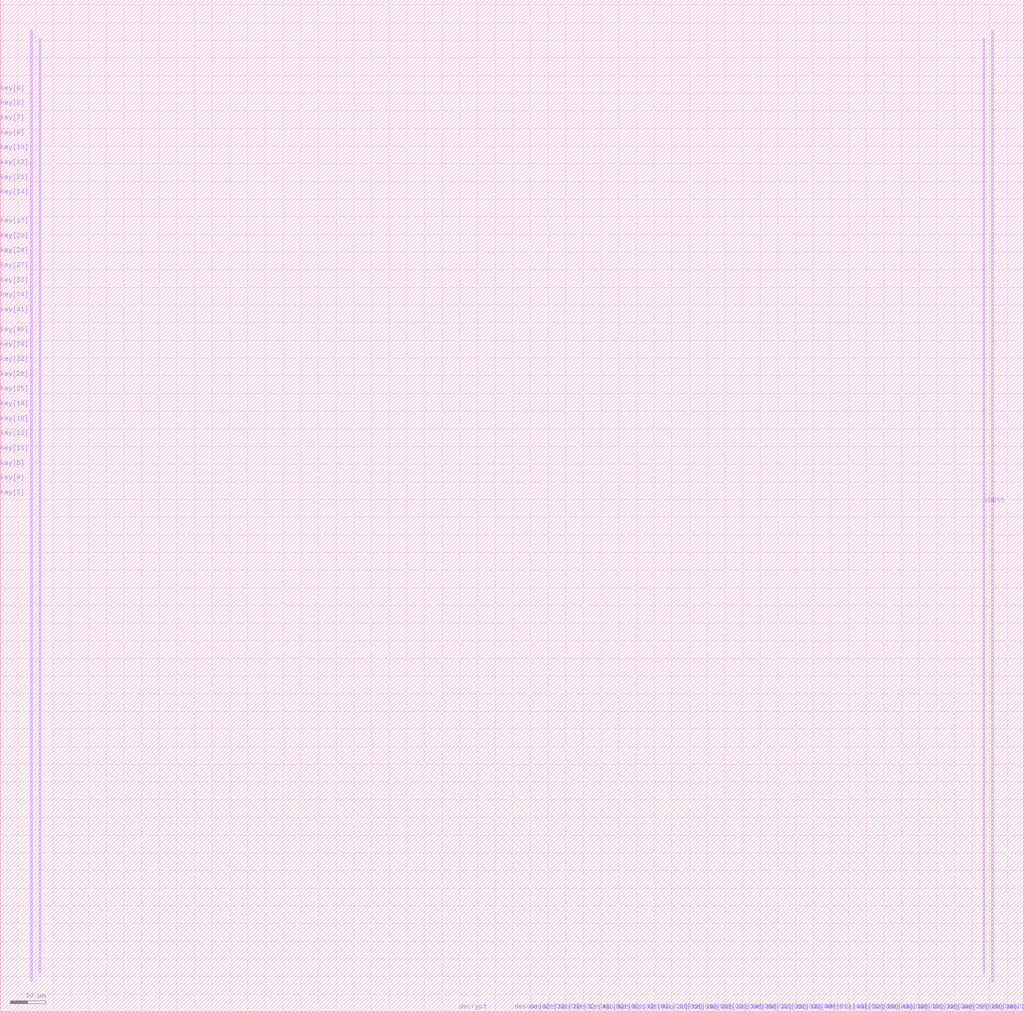
<source format=lef>
##
## LEF for PtnCells ;
## created by Innovus v16.10-p004_1 on Mon Feb 27 22:29:36 2017
##

VERSION 5.7 ;

BUSBITCHARS "[]" ;
DIVIDERCHAR "/" ;

MACRO des
  CLASS BLOCK ;
  SIZE 289.5600 BY 286.4400 ;
  FOREIGN des 0.0000 0.0000 ;
  ORIGIN 0 0 ;
  SYMMETRY X Y R90 ;
  PIN desOut[63]
    DIRECTION OUTPUT ;
    USE SIGNAL ;
    PORT
      LAYER metal5 ;
        RECT 289.4200 123.6200 289.5600 123.7600 ;
    END
  END desOut[63]
  PIN desOut[62]
    DIRECTION OUTPUT ;
    USE SIGNAL ;
    PORT
      LAYER metal5 ;
        RECT 289.4200 86.1000 289.5600 86.2400 ;
    END
  END desOut[62]
  PIN desOut[61]
    DIRECTION OUTPUT ;
    USE SIGNAL ;
    PORT
      LAYER metal5 ;
        RECT 289.4200 65.9400 289.5600 66.0800 ;
    END
  END desOut[61]
  PIN desOut[60]
    DIRECTION OUTPUT ;
    USE SIGNAL ;
    PORT
      LAYER metal5 ;
        RECT 289.4200 119.4200 289.5600 119.5600 ;
    END
  END desOut[60]
  PIN desOut[59]
    DIRECTION OUTPUT ;
    USE SIGNAL ;
    PORT
      LAYER metal5 ;
        RECT 238.5650 0.0000 238.7050 0.1400 ;
    END
  END desOut[59]
  PIN desOut[58]
    DIRECTION OUTPUT ;
    USE SIGNAL ;
    PORT
      LAYER metal5 ;
        RECT 289.4200 115.2200 289.5600 115.3600 ;
    END
  END desOut[58]
  PIN desOut[57]
    DIRECTION OUTPUT ;
    USE SIGNAL ;
    PORT
      LAYER metal5 ;
        RECT 289.4200 90.3000 289.5600 90.4400 ;
    END
  END desOut[57]
  PIN desOut[56]
    DIRECTION OUTPUT ;
    USE SIGNAL ;
    PORT
      LAYER metal5 ;
        RECT 242.7650 0.0000 242.9050 0.1400 ;
    END
  END desOut[56]
  PIN desOut[55]
    DIRECTION OUTPUT ;
    USE SIGNAL ;
    PORT
      LAYER metal5 ;
        RECT 289.4200 111.0200 289.5600 111.1600 ;
    END
  END desOut[55]
  PIN desOut[54]
    DIRECTION OUTPUT ;
    USE SIGNAL ;
    PORT
      LAYER metal5 ;
        RECT 289.4200 46.3400 289.5600 46.4800 ;
    END
  END desOut[54]
  PIN desOut[53]
    DIRECTION OUTPUT ;
    USE SIGNAL ;
    PORT
      LAYER metal5 ;
        RECT 289.4200 106.8200 289.5600 106.9600 ;
    END
  END desOut[53]
  PIN desOut[52]
    DIRECTION OUTPUT ;
    USE SIGNAL ;
    PORT
      LAYER metal5 ;
        RECT 289.4200 70.1400 289.5600 70.2800 ;
    END
  END desOut[52]
  PIN desOut[51]
    DIRECTION OUTPUT ;
    USE SIGNAL ;
    PORT
      LAYER metal5 ;
        RECT 229.3250 0.0000 229.4650 0.1400 ;
    END
  END desOut[51]
  PIN desOut[50]
    DIRECTION OUTPUT ;
    USE SIGNAL ;
    PORT
      LAYER metal5 ;
        RECT 289.4200 100.1000 289.5600 100.2400 ;
    END
  END desOut[50]
  PIN desOut[49]
    DIRECTION OUTPUT ;
    USE SIGNAL ;
    PORT
      LAYER metal5 ;
        RECT 225.1250 0.0000 225.2650 0.1400 ;
    END
  END desOut[49]
  PIN desOut[48]
    DIRECTION OUTPUT ;
    USE SIGNAL ;
    PORT
      LAYER metal5 ;
        RECT 289.4200 94.5000 289.5600 94.6400 ;
    END
  END desOut[48]
  PIN desOut[47]
    DIRECTION OUTPUT ;
    USE SIGNAL ;
    PORT
      LAYER metal5 ;
        RECT 289.4200 81.9000 289.5600 82.0400 ;
    END
  END desOut[47]
  PIN desOut[46]
    DIRECTION OUTPUT ;
    USE SIGNAL ;
    PORT
      LAYER metal5 ;
        RECT 289.4200 77.7000 289.5600 77.8400 ;
    END
  END desOut[46]
  PIN desOut[45]
    DIRECTION OUTPUT ;
    USE SIGNAL ;
    PORT
      LAYER metal5 ;
        RECT 289.4200 61.7400 289.5600 61.8800 ;
    END
  END desOut[45]
  PIN desOut[44]
    DIRECTION OUTPUT ;
    USE SIGNAL ;
    PORT
      LAYER metal5 ;
        RECT 289.4200 57.5400 289.5600 57.6800 ;
    END
  END desOut[44]
  PIN desOut[43]
    DIRECTION OUTPUT ;
    USE SIGNAL ;
    PORT
      LAYER metal5 ;
        RECT 234.0850 0.0000 234.2250 0.1400 ;
    END
  END desOut[43]
  PIN desOut[42]
    DIRECTION OUTPUT ;
    USE SIGNAL ;
    PORT
      LAYER metal5 ;
        RECT 246.9650 0.0000 247.1050 0.1400 ;
    END
  END desOut[42]
  PIN desOut[41]
    DIRECTION OUTPUT ;
    USE SIGNAL ;
    PORT
      LAYER metal5 ;
        RECT 289.4200 53.3400 289.5600 53.4800 ;
    END
  END desOut[41]
  PIN desOut[40]
    DIRECTION OUTPUT ;
    USE SIGNAL ;
    PORT
      LAYER metal5 ;
        RECT 289.4200 42.1400 289.5600 42.2800 ;
    END
  END desOut[40]
  PIN desOut[39]
    DIRECTION OUTPUT ;
    USE SIGNAL ;
    PORT
      LAYER metal5 ;
        RECT 251.1650 0.0000 251.3050 0.1400 ;
    END
  END desOut[39]
  PIN desOut[38]
    DIRECTION OUTPUT ;
    USE SIGNAL ;
    PORT
      LAYER metal5 ;
        RECT 289.4200 37.9400 289.5600 38.0800 ;
    END
  END desOut[38]
  PIN desOut[37]
    DIRECTION OUTPUT ;
    USE SIGNAL ;
    PORT
      LAYER metal5 ;
        RECT 220.9250 0.0000 221.0650 0.1400 ;
    END
  END desOut[37]
  PIN desOut[36]
    DIRECTION OUTPUT ;
    USE SIGNAL ;
    PORT
      LAYER metal5 ;
        RECT 216.7250 0.0000 216.8650 0.1400 ;
    END
  END desOut[36]
  PIN desOut[35]
    DIRECTION OUTPUT ;
    USE SIGNAL ;
    PORT
      LAYER metal5 ;
        RECT 255.3650 0.0000 255.5050 0.1400 ;
    END
  END desOut[35]
  PIN desOut[34]
    DIRECTION OUTPUT ;
    USE SIGNAL ;
    PORT
      LAYER metal5 ;
        RECT 289.4200 33.7400 289.5600 33.8800 ;
    END
  END desOut[34]
  PIN desOut[33]
    DIRECTION OUTPUT ;
    USE SIGNAL ;
    PORT
      LAYER metal5 ;
        RECT 212.5250 0.0000 212.6650 0.1400 ;
    END
  END desOut[33]
  PIN desOut[32]
    DIRECTION OUTPUT ;
    USE SIGNAL ;
    PORT
      LAYER metal5 ;
        RECT 259.5650 0.0000 259.7050 0.1400 ;
    END
  END desOut[32]
  PIN desOut[31]
    DIRECTION OUTPUT ;
    USE SIGNAL ;
    PORT
      LAYER metal5 ;
        RECT 289.4200 29.5400 289.5600 29.6800 ;
    END
  END desOut[31]
  PIN desOut[30]
    DIRECTION OUTPUT ;
    USE SIGNAL ;
    PORT
      LAYER metal5 ;
        RECT 263.7650 0.0000 263.9050 0.1400 ;
    END
  END desOut[30]
  PIN desOut[29]
    DIRECTION OUTPUT ;
    USE SIGNAL ;
    PORT
      LAYER metal5 ;
        RECT 289.4200 25.3400 289.5600 25.4800 ;
    END
  END desOut[29]
  PIN desOut[28]
    DIRECTION OUTPUT ;
    USE SIGNAL ;
    PORT
      LAYER metal5 ;
        RECT 267.9650 0.0000 268.1050 0.1400 ;
    END
  END desOut[28]
  PIN desOut[27]
    DIRECTION OUTPUT ;
    USE SIGNAL ;
    PORT
      LAYER metal5 ;
        RECT 289.4200 21.1400 289.5600 21.2800 ;
    END
  END desOut[27]
  PIN desOut[26]
    DIRECTION OUTPUT ;
    USE SIGNAL ;
    PORT
      LAYER metal5 ;
        RECT 272.1650 0.0000 272.3050 0.1400 ;
    END
  END desOut[26]
  PIN desOut[25]
    DIRECTION OUTPUT ;
    USE SIGNAL ;
    PORT
      LAYER metal5 ;
        RECT 208.3250 0.0000 208.4650 0.1400 ;
    END
  END desOut[25]
  PIN desOut[24]
    DIRECTION OUTPUT ;
    USE SIGNAL ;
    PORT
      LAYER metal5 ;
        RECT 204.1250 0.0000 204.2650 0.1400 ;
    END
  END desOut[24]
  PIN desOut[23]
    DIRECTION OUTPUT ;
    USE SIGNAL ;
    PORT
      LAYER metal5 ;
        RECT 199.9250 0.0000 200.0650 0.1400 ;
    END
  END desOut[23]
  PIN desOut[22]
    DIRECTION OUTPUT ;
    USE SIGNAL ;
    PORT
      LAYER metal5 ;
        RECT 289.4200 16.9400 289.5600 17.0800 ;
    END
  END desOut[22]
  PIN desOut[21]
    DIRECTION OUTPUT ;
    USE SIGNAL ;
    PORT
      LAYER metal5 ;
        RECT 195.7250 0.0000 195.8650 0.1400 ;
    END
  END desOut[21]
  PIN desOut[20]
    DIRECTION OUTPUT ;
    USE SIGNAL ;
    PORT
      LAYER metal5 ;
        RECT 276.3650 0.0000 276.5050 0.1400 ;
    END
  END desOut[20]
  PIN desOut[19]
    DIRECTION OUTPUT ;
    USE SIGNAL ;
    PORT
      LAYER metal5 ;
        RECT 191.5250 0.0000 191.6650 0.1400 ;
    END
  END desOut[19]
  PIN desOut[18]
    DIRECTION OUTPUT ;
    USE SIGNAL ;
    PORT
      LAYER metal5 ;
        RECT 289.4200 12.7400 289.5600 12.8800 ;
    END
  END desOut[18]
  PIN desOut[17]
    DIRECTION OUTPUT ;
    USE SIGNAL ;
    PORT
      LAYER metal5 ;
        RECT 280.5650 0.0000 280.7050 0.1400 ;
    END
  END desOut[17]
  PIN desOut[16]
    DIRECTION OUTPUT ;
    USE SIGNAL ;
    PORT
      LAYER metal5 ;
        RECT 289.4200 8.5400 289.5600 8.6800 ;
    END
  END desOut[16]
  PIN desOut[15]
    DIRECTION OUTPUT ;
    USE SIGNAL ;
    PORT
      LAYER metal5 ;
        RECT 284.7650 0.0000 284.9050 0.1400 ;
    END
  END desOut[15]
  PIN desOut[14]
    DIRECTION OUTPUT ;
    USE SIGNAL ;
    PORT
      LAYER metal5 ;
        RECT 279.1650 286.3000 279.3050 286.4400 ;
    END
  END desOut[14]
  PIN desOut[13]
    DIRECTION OUTPUT ;
    USE SIGNAL ;
    PORT
      LAYER metal5 ;
        RECT 289.4200 4.3400 289.5600 4.4800 ;
    END
  END desOut[13]
  PIN desOut[12]
    DIRECTION OUTPUT ;
    USE SIGNAL ;
    PORT
      LAYER metal5 ;
        RECT 187.3250 0.0000 187.4650 0.1400 ;
    END
  END desOut[12]
  PIN desOut[11]
    DIRECTION OUTPUT ;
    USE SIGNAL ;
    PORT
      LAYER metal5 ;
        RECT 183.1250 0.0000 183.2650 0.1400 ;
    END
  END desOut[11]
  PIN desOut[10]
    DIRECTION OUTPUT ;
    USE SIGNAL ;
    PORT
      LAYER metal5 ;
        RECT 289.4200 278.4600 289.5600 278.6000 ;
    END
  END desOut[10]
  PIN desOut[9]
    DIRECTION OUTPUT ;
    USE SIGNAL ;
    PORT
      LAYER metal5 ;
        RECT 178.9250 0.0000 179.0650 0.1400 ;
    END
  END desOut[9]
  PIN desOut[8]
    DIRECTION OUTPUT ;
    USE SIGNAL ;
    PORT
      LAYER metal5 ;
        RECT 283.3650 286.3000 283.5050 286.4400 ;
    END
  END desOut[8]
  PIN desOut[7]
    DIRECTION OUTPUT ;
    USE SIGNAL ;
    PORT
      LAYER metal5 ;
        RECT 174.7250 0.0000 174.8650 0.1400 ;
    END
  END desOut[7]
  PIN desOut[6]
    DIRECTION OUTPUT ;
    USE SIGNAL ;
    PORT
      LAYER metal5 ;
        RECT 170.5250 0.0000 170.6650 0.1400 ;
    END
  END desOut[6]
  PIN desOut[5]
    DIRECTION OUTPUT ;
    USE SIGNAL ;
    PORT
      LAYER metal5 ;
        RECT 166.3250 0.0000 166.4650 0.1400 ;
    END
  END desOut[5]
  PIN desOut[4]
    DIRECTION OUTPUT ;
    USE SIGNAL ;
    PORT
      LAYER metal5 ;
        RECT 162.1250 0.0000 162.2650 0.1400 ;
    END
  END desOut[4]
  PIN desOut[3]
    DIRECTION OUTPUT ;
    USE SIGNAL ;
    PORT
      LAYER metal5 ;
        RECT 157.9250 0.0000 158.0650 0.1400 ;
    END
  END desOut[3]
  PIN desOut[2]
    DIRECTION OUTPUT ;
    USE SIGNAL ;
    PORT
      LAYER metal5 ;
        RECT 153.7250 0.0000 153.8650 0.1400 ;
    END
  END desOut[2]
  PIN desOut[1]
    DIRECTION OUTPUT ;
    USE SIGNAL ;
    PORT
      LAYER metal5 ;
        RECT 149.5250 0.0000 149.6650 0.1400 ;
    END
  END desOut[1]
  PIN desOut[0]
    DIRECTION OUTPUT ;
    USE SIGNAL ;
    PORT
      LAYER metal5 ;
        RECT 145.3250 0.0000 145.4650 0.1400 ;
    END
  END desOut[0]
  PIN desIn[63]
    DIRECTION INPUT ;
    USE SIGNAL ;
    PORT
      LAYER metal5 ;
        RECT 289.4200 187.1800 289.5600 187.3200 ;
    END
  END desIn[63]
  PIN desIn[62]
    DIRECTION INPUT ;
    USE SIGNAL ;
    PORT
      LAYER metal5 ;
        RECT 232.9650 286.3000 233.1050 286.4400 ;
    END
  END desIn[62]
  PIN desIn[61]
    DIRECTION INPUT ;
    USE SIGNAL ;
    PORT
      LAYER metal5 ;
        RECT 289.4200 211.2600 289.5600 211.4000 ;
    END
  END desIn[61]
  PIN desIn[60]
    DIRECTION INPUT ;
    USE SIGNAL ;
    PORT
      LAYER metal5 ;
        RECT 289.4200 205.6600 289.5600 205.8000 ;
    END
  END desIn[60]
  PIN desIn[59]
    DIRECTION INPUT ;
    USE SIGNAL ;
    PORT
      LAYER metal5 ;
        RECT 204.9650 286.3000 205.1050 286.4400 ;
    END
  END desIn[59]
  PIN desIn[58]
    DIRECTION INPUT ;
    USE SIGNAL ;
    PORT
      LAYER metal5 ;
        RECT 289.4200 195.5800 289.5600 195.7200 ;
    END
  END desIn[58]
  PIN desIn[57]
    DIRECTION INPUT ;
    USE SIGNAL ;
    PORT
      LAYER metal5 ;
        RECT 289.4200 222.4600 289.5600 222.6000 ;
    END
  END desIn[57]
  PIN desIn[56]
    DIRECTION INPUT ;
    USE SIGNAL ;
    PORT
      LAYER metal5 ;
        RECT 200.7650 286.3000 200.9050 286.4400 ;
    END
  END desIn[56]
  PIN desIn[55]
    DIRECTION INPUT ;
    USE SIGNAL ;
    PORT
      LAYER metal5 ;
        RECT 289.4200 182.9800 289.5600 183.1200 ;
    END
  END desIn[55]
  PIN desIn[54]
    DIRECTION INPUT ;
    USE SIGNAL ;
    PORT
      LAYER metal5 ;
        RECT 183.6850 286.3000 183.8250 286.4400 ;
    END
  END desIn[54]
  PIN desIn[53]
    DIRECTION INPUT ;
    USE SIGNAL ;
    PORT
      LAYER metal5 ;
        RECT 289.4200 201.4600 289.5600 201.6000 ;
    END
  END desIn[53]
  PIN desIn[52]
    DIRECTION INPUT ;
    USE SIGNAL ;
    PORT
      LAYER metal5 ;
        RECT 289.4200 230.8600 289.5600 231.0000 ;
    END
  END desIn[52]
  PIN desIn[51]
    DIRECTION INPUT ;
    USE SIGNAL ;
    PORT
      LAYER metal5 ;
        RECT 209.1650 286.3000 209.3050 286.4400 ;
    END
  END desIn[51]
  PIN desIn[50]
    DIRECTION INPUT ;
    USE SIGNAL ;
    PORT
      LAYER metal5 ;
        RECT 289.4200 226.6600 289.5600 226.8000 ;
    END
  END desIn[50]
  PIN desIn[49]
    DIRECTION INPUT ;
    USE SIGNAL ;
    PORT
      LAYER metal5 ;
        RECT 213.3650 286.3000 213.5050 286.4400 ;
    END
  END desIn[49]
  PIN desIn[48]
    DIRECTION INPUT ;
    USE SIGNAL ;
    PORT
      LAYER metal5 ;
        RECT 289.4200 218.2600 289.5600 218.4000 ;
    END
  END desIn[48]
  PIN desIn[47]
    DIRECTION INPUT ;
    USE SIGNAL ;
    PORT
      LAYER metal5 ;
        RECT 289.4200 178.7800 289.5600 178.9200 ;
    END
  END desIn[47]
  PIN desIn[46]
    DIRECTION INPUT ;
    USE SIGNAL ;
    PORT
      LAYER metal5 ;
        RECT 289.4200 191.3800 289.5600 191.5200 ;
    END
  END desIn[46]
  PIN desIn[45]
    DIRECTION INPUT ;
    USE SIGNAL ;
    PORT
      LAYER metal5 ;
        RECT 196.5650 286.3000 196.7050 286.4400 ;
    END
  END desIn[45]
  PIN desIn[44]
    DIRECTION INPUT ;
    USE SIGNAL ;
    PORT
      LAYER metal5 ;
        RECT 237.1650 286.3000 237.3050 286.4400 ;
    END
  END desIn[44]
  PIN desIn[43]
    DIRECTION INPUT ;
    USE SIGNAL ;
    PORT
      LAYER metal5 ;
        RECT 179.4850 286.3000 179.6250 286.4400 ;
    END
  END desIn[43]
  PIN desIn[42]
    DIRECTION INPUT ;
    USE SIGNAL ;
    PORT
      LAYER metal5 ;
        RECT 175.2850 286.3000 175.4250 286.4400 ;
    END
  END desIn[42]
  PIN desIn[41]
    DIRECTION INPUT ;
    USE SIGNAL ;
    PORT
      LAYER metal5 ;
        RECT 217.5650 286.3000 217.7050 286.4400 ;
    END
  END desIn[41]
  PIN desIn[40]
    DIRECTION INPUT ;
    USE SIGNAL ;
    PORT
      LAYER metal5 ;
        RECT 289.4200 174.5800 289.5600 174.7200 ;
    END
  END desIn[40]
  PIN desIn[39]
    DIRECTION INPUT ;
    USE SIGNAL ;
    PORT
      LAYER metal5 ;
        RECT 226.5250 286.3000 226.6650 286.4400 ;
    END
  END desIn[39]
  PIN desIn[38]
    DIRECTION INPUT ;
    USE SIGNAL ;
    PORT
      LAYER metal5 ;
        RECT 289.4200 235.0600 289.5600 235.2000 ;
    END
  END desIn[38]
  PIN desIn[37]
    DIRECTION INPUT ;
    USE SIGNAL ;
    PORT
      LAYER metal5 ;
        RECT 289.4200 170.3800 289.5600 170.5200 ;
    END
  END desIn[37]
  PIN desIn[36]
    DIRECTION INPUT ;
    USE SIGNAL ;
    PORT
      LAYER metal5 ;
        RECT 289.4200 166.1800 289.5600 166.3200 ;
    END
  END desIn[36]
  PIN desIn[35]
    DIRECTION INPUT ;
    USE SIGNAL ;
    PORT
      LAYER metal5 ;
        RECT 221.7650 286.3000 221.9050 286.4400 ;
    END
  END desIn[35]
  PIN desIn[34]
    DIRECTION INPUT ;
    USE SIGNAL ;
    PORT
      LAYER metal5 ;
        RECT 241.3650 286.3000 241.5050 286.4400 ;
    END
  END desIn[34]
  PIN desIn[33]
    DIRECTION INPUT ;
    USE SIGNAL ;
    PORT
      LAYER metal5 ;
        RECT 168.5650 286.3000 168.7050 286.4400 ;
    END
  END desIn[33]
  PIN desIn[32]
    DIRECTION INPUT ;
    USE SIGNAL ;
    PORT
      LAYER metal5 ;
        RECT 245.5650 286.3000 245.7050 286.4400 ;
    END
  END desIn[32]
  PIN desIn[31]
    DIRECTION INPUT ;
    USE SIGNAL ;
    PORT
      LAYER metal5 ;
        RECT 289.4200 239.2600 289.5600 239.4000 ;
    END
  END desIn[31]
  PIN desIn[30]
    DIRECTION INPUT ;
    USE SIGNAL ;
    PORT
      LAYER metal5 ;
        RECT 192.3650 286.3000 192.5050 286.4400 ;
    END
  END desIn[30]
  PIN desIn[29]
    DIRECTION INPUT ;
    USE SIGNAL ;
    PORT
      LAYER metal5 ;
        RECT 188.1650 286.3000 188.3050 286.4400 ;
    END
  END desIn[29]
  PIN desIn[28]
    DIRECTION INPUT ;
    USE SIGNAL ;
    PORT
      LAYER metal5 ;
        RECT 164.3650 286.3000 164.5050 286.4400 ;
    END
  END desIn[28]
  PIN desIn[27]
    DIRECTION INPUT ;
    USE SIGNAL ;
    PORT
      LAYER metal5 ;
        RECT 289.4200 243.4600 289.5600 243.6000 ;
    END
  END desIn[27]
  PIN desIn[26]
    DIRECTION INPUT ;
    USE SIGNAL ;
    PORT
      LAYER metal5 ;
        RECT 249.7650 286.3000 249.9050 286.4400 ;
    END
  END desIn[26]
  PIN desIn[25]
    DIRECTION INPUT ;
    USE SIGNAL ;
    PORT
      LAYER metal5 ;
        RECT 160.1650 286.3000 160.3050 286.4400 ;
    END
  END desIn[25]
  PIN desIn[24]
    DIRECTION INPUT ;
    USE SIGNAL ;
    PORT
      LAYER metal5 ;
        RECT 289.4200 161.9800 289.5600 162.1200 ;
    END
  END desIn[24]
  PIN desIn[23]
    DIRECTION INPUT ;
    USE SIGNAL ;
    PORT
      LAYER metal5 ;
        RECT 155.9650 286.3000 156.1050 286.4400 ;
    END
  END desIn[23]
  PIN desIn[22]
    DIRECTION INPUT ;
    USE SIGNAL ;
    PORT
      LAYER metal5 ;
        RECT 289.4200 247.6600 289.5600 247.8000 ;
    END
  END desIn[22]
  PIN desIn[21]
    DIRECTION INPUT ;
    USE SIGNAL ;
    PORT
      LAYER metal5 ;
        RECT 289.4200 157.7800 289.5600 157.9200 ;
    END
  END desIn[21]
  PIN desIn[20]
    DIRECTION INPUT ;
    USE SIGNAL ;
    PORT
      LAYER metal5 ;
        RECT 253.9650 286.3000 254.1050 286.4400 ;
    END
  END desIn[20]
  PIN desIn[19]
    DIRECTION INPUT ;
    USE SIGNAL ;
    PORT
      LAYER metal5 ;
        RECT 151.7650 286.3000 151.9050 286.4400 ;
    END
  END desIn[19]
  PIN desIn[18]
    DIRECTION INPUT ;
    USE SIGNAL ;
    PORT
      LAYER metal5 ;
        RECT 289.4200 253.2600 289.5600 253.4000 ;
    END
  END desIn[18]
  PIN desIn[17]
    DIRECTION INPUT ;
    USE SIGNAL ;
    PORT
      LAYER metal5 ;
        RECT 258.1650 286.3000 258.3050 286.4400 ;
    END
  END desIn[17]
  PIN desIn[16]
    DIRECTION INPUT ;
    USE SIGNAL ;
    PORT
      LAYER metal5 ;
        RECT 289.4200 257.4600 289.5600 257.6000 ;
    END
  END desIn[16]
  PIN desIn[15]
    DIRECTION INPUT ;
    USE SIGNAL ;
    PORT
      LAYER metal5 ;
        RECT 289.4200 153.5800 289.5600 153.7200 ;
    END
  END desIn[15]
  PIN desIn[14]
    DIRECTION INPUT ;
    USE SIGNAL ;
    PORT
      LAYER metal5 ;
        RECT 289.4200 149.3800 289.5600 149.5200 ;
    END
  END desIn[14]
  PIN desIn[13]
    DIRECTION INPUT ;
    USE SIGNAL ;
    PORT
      LAYER metal5 ;
        RECT 289.4200 140.4200 289.5600 140.5600 ;
    END
  END desIn[13]
  PIN desIn[12]
    DIRECTION INPUT ;
    USE SIGNAL ;
    PORT
      LAYER metal5 ;
        RECT 289.4200 136.2200 289.5600 136.3600 ;
    END
  END desIn[12]
  PIN desIn[11]
    DIRECTION INPUT ;
    USE SIGNAL ;
    PORT
      LAYER metal5 ;
        RECT 262.3650 286.3000 262.5050 286.4400 ;
    END
  END desIn[11]
  PIN desIn[10]
    DIRECTION INPUT ;
    USE SIGNAL ;
    PORT
      LAYER metal5 ;
        RECT 289.4200 132.0200 289.5600 132.1600 ;
    END
  END desIn[10]
  PIN desIn[9]
    DIRECTION INPUT ;
    USE SIGNAL ;
    PORT
      LAYER metal5 ;
        RECT 147.5650 286.3000 147.7050 286.4400 ;
    END
  END desIn[9]
  PIN desIn[8]
    DIRECTION INPUT ;
    USE SIGNAL ;
    PORT
      LAYER metal5 ;
        RECT 289.4200 261.6600 289.5600 261.8000 ;
    END
  END desIn[8]
  PIN desIn[7]
    DIRECTION INPUT ;
    USE SIGNAL ;
    PORT
      LAYER metal5 ;
        RECT 266.5650 286.3000 266.7050 286.4400 ;
    END
  END desIn[7]
  PIN desIn[6]
    DIRECTION INPUT ;
    USE SIGNAL ;
    PORT
      LAYER metal5 ;
        RECT 289.4200 265.8600 289.5600 266.0000 ;
    END
  END desIn[6]
  PIN desIn[5]
    DIRECTION INPUT ;
    USE SIGNAL ;
    PORT
      LAYER metal5 ;
        RECT 289.4200 127.8200 289.5600 127.9600 ;
    END
  END desIn[5]
  PIN desIn[4]
    DIRECTION INPUT ;
    USE SIGNAL ;
    PORT
      LAYER metal5 ;
        RECT 270.7650 286.3000 270.9050 286.4400 ;
    END
  END desIn[4]
  PIN desIn[3]
    DIRECTION INPUT ;
    USE SIGNAL ;
    PORT
      LAYER metal5 ;
        RECT 289.4200 270.0600 289.5600 270.2000 ;
    END
  END desIn[3]
  PIN desIn[2]
    DIRECTION INPUT ;
    USE SIGNAL ;
    PORT
      LAYER metal5 ;
        RECT 274.9650 286.3000 275.1050 286.4400 ;
    END
  END desIn[2]
  PIN desIn[1]
    DIRECTION INPUT ;
    USE SIGNAL ;
    PORT
      LAYER metal5 ;
        RECT 143.3650 286.3000 143.5050 286.4400 ;
    END
  END desIn[1]
  PIN desIn[0]
    DIRECTION INPUT ;
    USE SIGNAL ;
    PORT
      LAYER metal5 ;
        RECT 289.4200 274.2600 289.5600 274.4000 ;
    END
  END desIn[0]
  PIN key[55]
    DIRECTION INPUT ;
    USE SIGNAL ;
    PORT
      LAYER metal5 ;
        RECT 289.4200 282.6600 289.5600 282.8000 ;
    END
  END key[55]
  PIN key[54]
    DIRECTION INPUT ;
    USE SIGNAL ;
    PORT
      LAYER metal5 ;
        RECT 287.5650 286.3000 287.7050 286.4400 ;
    END
  END key[54]
  PIN key[53]
    DIRECTION INPUT ;
    USE SIGNAL ;
    PORT
      LAYER metal5 ;
        RECT 139.1650 286.3000 139.3050 286.4400 ;
    END
  END key[53]
  PIN key[52]
    DIRECTION INPUT ;
    USE SIGNAL ;
    PORT
      LAYER metal5 ;
        RECT 134.9650 286.3000 135.1050 286.4400 ;
    END
  END key[52]
  PIN key[51]
    DIRECTION INPUT ;
    USE SIGNAL ;
    PORT
      LAYER metal5 ;
        RECT 130.7650 286.3000 130.9050 286.4400 ;
    END
  END key[51]
  PIN key[50]
    DIRECTION INPUT ;
    USE SIGNAL ;
    PORT
      LAYER metal5 ;
        RECT 126.5650 286.3000 126.7050 286.4400 ;
    END
  END key[50]
  PIN key[49]
    DIRECTION INPUT ;
    USE SIGNAL ;
    PORT
      LAYER metal5 ;
        RECT 122.3650 286.3000 122.5050 286.4400 ;
    END
  END key[49]
  PIN key[48]
    DIRECTION INPUT ;
    USE SIGNAL ;
    PORT
      LAYER metal5 ;
        RECT 118.1650 286.3000 118.3050 286.4400 ;
    END
  END key[48]
  PIN key[47]
    DIRECTION INPUT ;
    USE SIGNAL ;
    PORT
      LAYER metal5 ;
        RECT 113.9650 286.3000 114.1050 286.4400 ;
    END
  END key[47]
  PIN key[46]
    DIRECTION INPUT ;
    USE SIGNAL ;
    PORT
      LAYER metal5 ;
        RECT 109.7650 286.3000 109.9050 286.4400 ;
    END
  END key[46]
  PIN key[45]
    DIRECTION INPUT ;
    USE SIGNAL ;
    PORT
      LAYER metal5 ;
        RECT 105.5650 286.3000 105.7050 286.4400 ;
    END
  END key[45]
  PIN key[44]
    DIRECTION INPUT ;
    USE SIGNAL ;
    PORT
      LAYER metal5 ;
        RECT 101.3650 286.3000 101.5050 286.4400 ;
    END
  END key[44]
  PIN key[43]
    DIRECTION INPUT ;
    USE SIGNAL ;
    PORT
      LAYER metal5 ;
        RECT 97.1650 286.3000 97.3050 286.4400 ;
    END
  END key[43]
  PIN key[42]
    DIRECTION INPUT ;
    USE SIGNAL ;
    PORT
      LAYER metal5 ;
        RECT 92.9650 286.3000 93.1050 286.4400 ;
    END
  END key[42]
  PIN key[41]
    DIRECTION INPUT ;
    USE SIGNAL ;
    PORT
      LAYER metal5 ;
        RECT 0.0000 197.2600 0.1400 197.4000 ;
    END
  END key[41]
  PIN key[40]
    DIRECTION INPUT ;
    USE SIGNAL ;
    PORT
      LAYER metal5 ;
        RECT 0.0000 191.6600 0.1400 191.8000 ;
    END
  END key[40]
  PIN key[39]
    DIRECTION INPUT ;
    USE SIGNAL ;
    PORT
      LAYER metal5 ;
        RECT 0.0000 187.4600 0.1400 187.6000 ;
    END
  END key[39]
  PIN key[38]
    DIRECTION INPUT ;
    USE SIGNAL ;
    PORT
      LAYER metal5 ;
        RECT 88.7650 286.3000 88.9050 286.4400 ;
    END
  END key[38]
  PIN key[37]
    DIRECTION INPUT ;
    USE SIGNAL ;
    PORT
      LAYER metal5 ;
        RECT 84.5650 286.3000 84.7050 286.4400 ;
    END
  END key[37]
  PIN key[36]
    DIRECTION INPUT ;
    USE SIGNAL ;
    PORT
      LAYER metal5 ;
        RECT 80.3650 286.3000 80.5050 286.4400 ;
    END
  END key[36]
  PIN key[35]
    DIRECTION INPUT ;
    USE SIGNAL ;
    PORT
      LAYER metal5 ;
        RECT 76.1650 286.3000 76.3050 286.4400 ;
    END
  END key[35]
  PIN key[34]
    DIRECTION INPUT ;
    USE SIGNAL ;
    PORT
      LAYER metal5 ;
        RECT 0.0000 201.4600 0.1400 201.6000 ;
    END
  END key[34]
  PIN key[33]
    DIRECTION INPUT ;
    USE SIGNAL ;
    PORT
      LAYER metal5 ;
        RECT 0.0000 205.6600 0.1400 205.8000 ;
    END
  END key[33]
  PIN key[32]
    DIRECTION INPUT ;
    USE SIGNAL ;
    PORT
      LAYER metal5 ;
        RECT 0.0000 183.2600 0.1400 183.4000 ;
    END
  END key[32]
  PIN key[31]
    DIRECTION INPUT ;
    USE SIGNAL ;
    PORT
      LAYER metal5 ;
        RECT 71.9650 286.3000 72.1050 286.4400 ;
    END
  END key[31]
  PIN key[30]
    DIRECTION INPUT ;
    USE SIGNAL ;
    PORT
      LAYER metal5 ;
        RECT 67.7650 286.3000 67.9050 286.4400 ;
    END
  END key[30]
  PIN key[29]
    DIRECTION INPUT ;
    USE SIGNAL ;
    PORT
      LAYER metal5 ;
        RECT 63.5650 286.3000 63.7050 286.4400 ;
    END
  END key[29]
  PIN key[28]
    DIRECTION INPUT ;
    USE SIGNAL ;
    PORT
      LAYER metal5 ;
        RECT 59.3650 286.3000 59.5050 286.4400 ;
    END
  END key[28]
  PIN key[27]
    DIRECTION INPUT ;
    USE SIGNAL ;
    PORT
      LAYER metal5 ;
        RECT 0.0000 209.8600 0.1400 210.0000 ;
    END
  END key[27]
  PIN key[26]
    DIRECTION INPUT ;
    USE SIGNAL ;
    PORT
      LAYER metal5 ;
        RECT 0.0000 179.0600 0.1400 179.2000 ;
    END
  END key[26]
  PIN key[25]
    DIRECTION INPUT ;
    USE SIGNAL ;
    PORT
      LAYER metal5 ;
        RECT 0.0000 174.8600 0.1400 175.0000 ;
    END
  END key[25]
  PIN key[24]
    DIRECTION INPUT ;
    USE SIGNAL ;
    PORT
      LAYER metal5 ;
        RECT 0.0000 214.0600 0.1400 214.2000 ;
    END
  END key[24]
  PIN key[23]
    DIRECTION INPUT ;
    USE SIGNAL ;
    PORT
      LAYER metal5 ;
        RECT 55.1650 286.3000 55.3050 286.4400 ;
    END
  END key[23]
  PIN key[22]
    DIRECTION INPUT ;
    USE SIGNAL ;
    PORT
      LAYER metal5 ;
        RECT 50.9650 286.3000 51.1050 286.4400 ;
    END
  END key[22]
  PIN key[21]
    DIRECTION INPUT ;
    USE SIGNAL ;
    PORT
      LAYER metal5 ;
        RECT 0.0000 234.7800 0.1400 234.9200 ;
    END
  END key[21]
  PIN key[20]
    DIRECTION INPUT ;
    USE SIGNAL ;
    PORT
      LAYER metal5 ;
        RECT 0.0000 218.2600 0.1400 218.4000 ;
    END
  END key[20]
  PIN key[19]
    DIRECTION INPUT ;
    USE SIGNAL ;
    PORT
      LAYER metal5 ;
        RECT 0.0000 170.6600 0.1400 170.8000 ;
    END
  END key[19]
  PIN key[18]
    DIRECTION INPUT ;
    USE SIGNAL ;
    PORT
      LAYER metal5 ;
        RECT 0.0000 166.4600 0.1400 166.6000 ;
    END
  END key[18]
  PIN key[17]
    DIRECTION INPUT ;
    USE SIGNAL ;
    PORT
      LAYER metal5 ;
        RECT 0.0000 222.4600 0.1400 222.6000 ;
    END
  END key[17]
  PIN key[16]
    DIRECTION INPUT ;
    USE SIGNAL ;
    PORT
      LAYER metal5 ;
        RECT 46.7650 286.3000 46.9050 286.4400 ;
    END
  END key[16]
  PIN key[15]
    DIRECTION INPUT ;
    USE SIGNAL ;
    PORT
      LAYER metal5 ;
        RECT 42.5650 286.3000 42.7050 286.4400 ;
    END
  END key[15]
  PIN key[14]
    DIRECTION INPUT ;
    USE SIGNAL ;
    PORT
      LAYER metal5 ;
        RECT 0.0000 230.5800 0.1400 230.7200 ;
    END
  END key[14]
  PIN key[13]
    DIRECTION INPUT ;
    USE SIGNAL ;
    PORT
      LAYER metal5 ;
        RECT 0.0000 238.9800 0.1400 239.1200 ;
    END
  END key[13]
  PIN key[12]
    DIRECTION INPUT ;
    USE SIGNAL ;
    PORT
      LAYER metal5 ;
        RECT 0.0000 162.2600 0.1400 162.4000 ;
    END
  END key[12]
  PIN key[11]
    DIRECTION INPUT ;
    USE SIGNAL ;
    PORT
      LAYER metal5 ;
        RECT 0.0000 158.0600 0.1400 158.2000 ;
    END
  END key[11]
  PIN key[10]
    DIRECTION INPUT ;
    USE SIGNAL ;
    PORT
      LAYER metal5 ;
        RECT 0.0000 243.1800 0.1400 243.3200 ;
    END
  END key[10]
  PIN key[9]
    DIRECTION INPUT ;
    USE SIGNAL ;
    PORT
      LAYER metal5 ;
        RECT 0.0000 247.3800 0.1400 247.5200 ;
    END
  END key[9]
  PIN key[8]
    DIRECTION INPUT ;
    USE SIGNAL ;
    PORT
      LAYER metal5 ;
        RECT 38.3650 286.3000 38.5050 286.4400 ;
    END
  END key[8]
  PIN key[7]
    DIRECTION INPUT ;
    USE SIGNAL ;
    PORT
      LAYER metal5 ;
        RECT 0.0000 251.5800 0.1400 251.7200 ;
    END
  END key[7]
  PIN key[6]
    DIRECTION INPUT ;
    USE SIGNAL ;
    PORT
      LAYER metal5 ;
        RECT 34.1650 286.3000 34.3050 286.4400 ;
    END
  END key[6]
  PIN key[5]
    DIRECTION INPUT ;
    USE SIGNAL ;
    PORT
      LAYER metal5 ;
        RECT 0.0000 153.8600 0.1400 154.0000 ;
    END
  END key[5]
  PIN key[4]
    DIRECTION INPUT ;
    USE SIGNAL ;
    PORT
      LAYER metal5 ;
        RECT 0.0000 149.6600 0.1400 149.8000 ;
    END
  END key[4]
  PIN key[3]
    DIRECTION INPUT ;
    USE SIGNAL ;
    PORT
      LAYER metal5 ;
        RECT 0.0000 145.4600 0.1400 145.6000 ;
    END
  END key[3]
  PIN key[2]
    DIRECTION INPUT ;
    USE SIGNAL ;
    PORT
      LAYER metal5 ;
        RECT 0.0000 255.7800 0.1400 255.9200 ;
    END
  END key[2]
  PIN key[1]
    DIRECTION INPUT ;
    USE SIGNAL ;
    PORT
      LAYER metal5 ;
        RECT 29.9650 286.3000 30.1050 286.4400 ;
    END
  END key[1]
  PIN key[0]
    DIRECTION INPUT ;
    USE SIGNAL ;
    PORT
      LAYER metal5 ;
        RECT 0.0000 259.9800 0.1400 260.1200 ;
    END
  END key[0]
  PIN decrypt
    DIRECTION INPUT ;
    USE SIGNAL ;
    PORT
      LAYER metal5 ;
        RECT 129.6450 0.0000 129.7850 0.1400 ;
    END
  END decrypt
  PIN clk
    DIRECTION INPUT ;
    USE SIGNAL ;
    PORT
      LAYER metal5 ;
        RECT 289.4200 144.6200 289.5600 144.7600 ;
    END
  END clk
  PIN VSS
    DIRECTION INOUT ;
    USE GROUND ;
	SHAPE FEEDTHRU ;
    PORT
      LAYER metal3 ;
        RECT 8.6700 8.6100 9.0700 277.8300 ;
        RECT 280.4900 8.6100 280.8900 277.8300 ;
    END
  END VSS
  PIN VDD
    DIRECTION INOUT ;
    USE POWER ;
	SHAPE FEEDTHRU ;
    PORT
      LAYER metal3 ;
        RECT 11.0700 11.0100 11.4700 275.4300 ;
        RECT 278.0900 11.0100 278.4900 275.4300 ;
    END
  END VDD
END des

END LIBRARY

</source>
